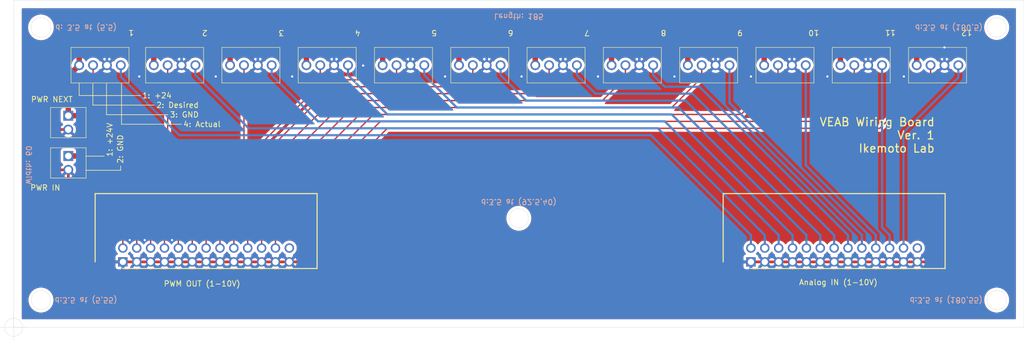
<source format=kicad_pcb>
(kicad_pcb (version 20171130) (host pcbnew "(5.1.12)-1")
  (layers (0 F.Cu signal) (31 B.Cu signal) (34 B.Paste user) (35 F.Paste user) (36 B.SilkS user) (37 F.SilkS user) (38 B.Mask user) (39 F.Mask user) (44 Edge.Cuts user))
  (net 0 "")
  (net 1 GND)
  (net 2 +24V)
  (net 3 "Net-(J1-Pad2)")
  (net 4 "Net-(J2-Pad2)")
  (net 5 "Net-(ANALOG1-Pad26)")
  (net 6 "Net-(ANALOG1-Pad24)")
  (net 7 "Net-(ANALOG1-Pad22)")
  (net 8 "Net-(ANALOG1-Pad20)")
  (net 9 "Net-(ANALOG1-Pad18)")
  (net 10 "Net-(ANALOG1-Pad16)")
  (net 11 "Net-(ANALOG1-Pad14)")
  (net 12 "Net-(ANALOG1-Pad12)")
  (net 13 "Net-(ANALOG1-Pad10)")
  (net 14 "Net-(ANALOG1-Pad8)")
  (net 15 "Net-(ANALOG1-Pad6)")
  (net 16 "Net-(ANALOG1-Pad4)")
  (net 17 "Net-(ANALOG1-Pad2)")
  (net 18 "Net-(J3-Pad2)")
  (net 19 "Net-(J4-Pad2)")
  (net 20 "Net-(J5-Pad2)")
  (net 21 "Net-(J6-Pad2)")
  (net 22 "Net-(J7-Pad2)")
  (net 23 "Net-(J8-Pad2)")
  (net 24 "Net-(J9-Pad2)")
  (net 25 "Net-(J10-Pad2)")
  (net 26 "Net-(J11-Pad2)")
  (net 27 "Net-(J12-Pad2)")
  (net 28 "Net-(PWM1-Pad26)")
  (module SamacSys_Parts:282834-2_1 (layer F.Cu) (at 80.01 68.58 270)
    (fp_text reference PWR2 hide)
    (fp_text value 282834-2 hide)
    (fp_line (start -1.5 3.25) (end -1.5 -3.25) (layer F.SilkS) (width 0.1))
    (fp_line (start 4.04 3.25) (end -1.5 3.25) (layer F.SilkS) (width 0.1))
    (fp_line (start 4.04 -3.25) (end 4.04 3.25) (layer F.SilkS) (width 0.1))
    (fp_line (start -1.5 -3.25) (end 4.04 -3.25) (layer F.SilkS) (width 0.1))
    (pad 2 thru_hole circle (at 2.54 0 270) (size 1.8 1.8) (drill 1.2) (layers *.Cu *.Mask) (net 1 GND))
    (pad 1 thru_hole rect (at 0 0 270) (size 1.8 1.8) (drill 1.2) (layers *.Cu *.Mask) (net 2 +24V))
  )
  (module SamacSys_Parts:2828344 (layer F.Cu) (at 165.51 51.93)
    (fp_text reference J7 hide)
    (fp_text value 282834-4 hide)
    (fp_line (start -1.5 3.25) (end -1.5 -3.25) (layer F.SilkS) (width 0.1))
    (fp_line (start 9.12 3.25) (end -1.5 3.25) (layer F.SilkS) (width 0.1))
    (fp_line (start 9.12 -3.25) (end 9.12 3.25) (layer F.SilkS) (width 0.1))
    (fp_line (start -1.5 -3.25) (end 9.12 -3.25) (layer F.SilkS) (width 0.1))
    (pad 4 thru_hole circle (at 7.62 0) (size 1.8 1.8) (drill 1.2) (layers *.Cu *.Mask) (net 11 "Net-(ANALOG1-Pad14)"))
    (pad 3 thru_hole circle (at 5.08 0) (size 1.8 1.8) (drill 1.2) (layers *.Cu *.Mask) (net 1 GND))
    (pad 2 thru_hole circle (at 2.54 0) (size 1.8 1.8) (drill 1.2) (layers *.Cu *.Mask) (net 22 "Net-(J7-Pad2)"))
    (pad 1 thru_hole circle (at 0 0) (size 1.8 1.8) (drill 1.2) (layers *.Cu *.Mask) (net 2 +24V))
  )
  (module SamacSys_Parts:2828344 (layer F.Cu) (at 123.6 51.93)
    (fp_text reference J4 hide)
    (fp_text value 282834-4 hide)
    (fp_line (start -1.5 3.25) (end -1.5 -3.25) (layer F.SilkS) (width 0.1))
    (fp_line (start 9.12 3.25) (end -1.5 3.25) (layer F.SilkS) (width 0.1))
    (fp_line (start 9.12 -3.25) (end 9.12 3.25) (layer F.SilkS) (width 0.1))
    (fp_line (start -1.5 -3.25) (end 9.12 -3.25) (layer F.SilkS) (width 0.1))
    (pad 4 thru_hole circle (at 7.62 0) (size 1.8 1.8) (drill 1.2) (layers *.Cu *.Mask) (net 14 "Net-(ANALOG1-Pad8)"))
    (pad 3 thru_hole circle (at 5.08 0) (size 1.8 1.8) (drill 1.2) (layers *.Cu *.Mask) (net 1 GND))
    (pad 2 thru_hole circle (at 2.54 0) (size 1.8 1.8) (drill 1.2) (layers *.Cu *.Mask) (net 19 "Net-(J4-Pad2)"))
    (pad 1 thru_hole circle (at 0 0) (size 1.8 1.8) (drill 1.2) (layers *.Cu *.Mask) (net 2 +24V))
  )
  (module SamacSys_Parts:2828344 (layer F.Cu) (at 235.36 51.93)
    (fp_text reference J12 hide)
    (fp_text value 282834-4 hide)
    (fp_line (start -1.5 3.25) (end -1.5 -3.25) (layer F.SilkS) (width 0.1))
    (fp_line (start 9.12 3.25) (end -1.5 3.25) (layer F.SilkS) (width 0.1))
    (fp_line (start 9.12 -3.25) (end 9.12 3.25) (layer F.SilkS) (width 0.1))
    (fp_line (start -1.5 -3.25) (end 9.12 -3.25) (layer F.SilkS) (width 0.1))
    (pad 4 thru_hole circle (at 7.62 0) (size 1.8 1.8) (drill 1.2) (layers *.Cu *.Mask) (net 6 "Net-(ANALOG1-Pad24)"))
    (pad 3 thru_hole circle (at 5.08 0) (size 1.8 1.8) (drill 1.2) (layers *.Cu *.Mask) (net 1 GND))
    (pad 2 thru_hole circle (at 2.54 0) (size 1.8 1.8) (drill 1.2) (layers *.Cu *.Mask) (net 27 "Net-(J12-Pad2)"))
    (pad 1 thru_hole circle (at 0 0) (size 1.8 1.8) (drill 1.2) (layers *.Cu *.Mask) (net 2 +24V))
  )
  (module SamacSys_Parts:2828344 (layer F.Cu) (at 221.39 51.93)
    (fp_text reference J11 hide)
    (fp_text value 282834-4 hide)
    (fp_line (start -1.5 3.25) (end -1.5 -3.25) (layer F.SilkS) (width 0.1))
    (fp_line (start 9.12 3.25) (end -1.5 3.25) (layer F.SilkS) (width 0.1))
    (fp_line (start 9.12 -3.25) (end 9.12 3.25) (layer F.SilkS) (width 0.1))
    (fp_line (start -1.5 -3.25) (end 9.12 -3.25) (layer F.SilkS) (width 0.1))
    (pad 4 thru_hole circle (at 7.62 0) (size 1.8 1.8) (drill 1.2) (layers *.Cu *.Mask) (net 7 "Net-(ANALOG1-Pad22)"))
    (pad 3 thru_hole circle (at 5.08 0) (size 1.8 1.8) (drill 1.2) (layers *.Cu *.Mask) (net 1 GND))
    (pad 2 thru_hole circle (at 2.54 0) (size 1.8 1.8) (drill 1.2) (layers *.Cu *.Mask) (net 26 "Net-(J11-Pad2)"))
    (pad 1 thru_hole circle (at 0 0) (size 1.8 1.8) (drill 1.2) (layers *.Cu *.Mask) (net 2 +24V))
  )
  (module SamacSys_Parts:2828344 (layer F.Cu) (at 207.42 51.93)
    (fp_text reference J10 hide)
    (fp_text value 282834-4 hide)
    (fp_line (start -1.5 3.25) (end -1.5 -3.25) (layer F.SilkS) (width 0.1))
    (fp_line (start 9.12 3.25) (end -1.5 3.25) (layer F.SilkS) (width 0.1))
    (fp_line (start 9.12 -3.25) (end 9.12 3.25) (layer F.SilkS) (width 0.1))
    (fp_line (start -1.5 -3.25) (end 9.12 -3.25) (layer F.SilkS) (width 0.1))
    (pad 4 thru_hole circle (at 7.62 0) (size 1.8 1.8) (drill 1.2) (layers *.Cu *.Mask) (net 8 "Net-(ANALOG1-Pad20)"))
    (pad 3 thru_hole circle (at 5.08 0) (size 1.8 1.8) (drill 1.2) (layers *.Cu *.Mask) (net 1 GND))
    (pad 2 thru_hole circle (at 2.54 0) (size 1.8 1.8) (drill 1.2) (layers *.Cu *.Mask) (net 25 "Net-(J10-Pad2)"))
    (pad 1 thru_hole circle (at 0 0) (size 1.8 1.8) (drill 1.2) (layers *.Cu *.Mask) (net 2 +24V))
  )
  (module SamacSys_Parts:2828344 (layer F.Cu) (at 193.45 51.93)
    (fp_text reference J9 hide)
    (fp_text value 282834-4 hide)
    (fp_line (start -1.5 3.25) (end -1.5 -3.25) (layer F.SilkS) (width 0.1))
    (fp_line (start 9.12 3.25) (end -1.5 3.25) (layer F.SilkS) (width 0.1))
    (fp_line (start 9.12 -3.25) (end 9.12 3.25) (layer F.SilkS) (width 0.1))
    (fp_line (start -1.5 -3.25) (end 9.12 -3.25) (layer F.SilkS) (width 0.1))
    (pad 4 thru_hole circle (at 7.62 0) (size 1.8 1.8) (drill 1.2) (layers *.Cu *.Mask) (net 9 "Net-(ANALOG1-Pad18)"))
    (pad 3 thru_hole circle (at 5.08 0) (size 1.8 1.8) (drill 1.2) (layers *.Cu *.Mask) (net 1 GND))
    (pad 2 thru_hole circle (at 2.54 0) (size 1.8 1.8) (drill 1.2) (layers *.Cu *.Mask) (net 24 "Net-(J9-Pad2)"))
    (pad 1 thru_hole circle (at 0 0) (size 1.8 1.8) (drill 1.2) (layers *.Cu *.Mask) (net 2 +24V))
  )
  (module SamacSys_Parts:2828344 (layer F.Cu) (at 179.48 51.93)
    (fp_text reference J8 hide)
    (fp_text value 282834-4 hide)
    (fp_line (start -1.5 3.25) (end -1.5 -3.25) (layer F.SilkS) (width 0.1))
    (fp_line (start 9.12 3.25) (end -1.5 3.25) (layer F.SilkS) (width 0.1))
    (fp_line (start 9.12 -3.25) (end 9.12 3.25) (layer F.SilkS) (width 0.1))
    (fp_line (start -1.5 -3.25) (end 9.12 -3.25) (layer F.SilkS) (width 0.1))
    (pad 4 thru_hole circle (at 7.62 0) (size 1.8 1.8) (drill 1.2) (layers *.Cu *.Mask) (net 10 "Net-(ANALOG1-Pad16)"))
    (pad 3 thru_hole circle (at 5.08 0) (size 1.8 1.8) (drill 1.2) (layers *.Cu *.Mask) (net 1 GND))
    (pad 2 thru_hole circle (at 2.54 0) (size 1.8 1.8) (drill 1.2) (layers *.Cu *.Mask) (net 23 "Net-(J8-Pad2)"))
    (pad 1 thru_hole circle (at 0 0) (size 1.8 1.8) (drill 1.2) (layers *.Cu *.Mask) (net 2 +24V))
  )
  (module SamacSys_Parts:2828344 (layer F.Cu) (at 151.54 51.93)
    (fp_text reference J6 hide)
    (fp_text value 282834-4 hide)
    (fp_line (start -1.5 3.25) (end -1.5 -3.25) (layer F.SilkS) (width 0.1))
    (fp_line (start 9.12 3.25) (end -1.5 3.25) (layer F.SilkS) (width 0.1))
    (fp_line (start 9.12 -3.25) (end 9.12 3.25) (layer F.SilkS) (width 0.1))
    (fp_line (start -1.5 -3.25) (end 9.12 -3.25) (layer F.SilkS) (width 0.1))
    (pad 4 thru_hole circle (at 7.62 0) (size 1.8 1.8) (drill 1.2) (layers *.Cu *.Mask) (net 12 "Net-(ANALOG1-Pad12)"))
    (pad 3 thru_hole circle (at 5.08 0) (size 1.8 1.8) (drill 1.2) (layers *.Cu *.Mask) (net 1 GND))
    (pad 2 thru_hole circle (at 2.54 0) (size 1.8 1.8) (drill 1.2) (layers *.Cu *.Mask) (net 21 "Net-(J6-Pad2)"))
    (pad 1 thru_hole circle (at 0 0) (size 1.8 1.8) (drill 1.2) (layers *.Cu *.Mask) (net 2 +24V))
  )
  (module SamacSys_Parts:2828344 (layer F.Cu) (at 137.57 51.93)
    (fp_text reference J5 hide)
    (fp_text value 282834-4 hide)
    (fp_line (start -1.5 3.25) (end -1.5 -3.25) (layer F.SilkS) (width 0.1))
    (fp_line (start 9.12 3.25) (end -1.5 3.25) (layer F.SilkS) (width 0.1))
    (fp_line (start 9.12 -3.25) (end 9.12 3.25) (layer F.SilkS) (width 0.1))
    (fp_line (start -1.5 -3.25) (end 9.12 -3.25) (layer F.SilkS) (width 0.1))
    (pad 4 thru_hole circle (at 7.62 0) (size 1.8 1.8) (drill 1.2) (layers *.Cu *.Mask) (net 13 "Net-(ANALOG1-Pad10)"))
    (pad 3 thru_hole circle (at 5.08 0) (size 1.8 1.8) (drill 1.2) (layers *.Cu *.Mask) (net 1 GND))
    (pad 2 thru_hole circle (at 2.54 0) (size 1.8 1.8) (drill 1.2) (layers *.Cu *.Mask) (net 20 "Net-(J5-Pad2)"))
    (pad 1 thru_hole circle (at 0 0) (size 1.8 1.8) (drill 1.2) (layers *.Cu *.Mask) (net 2 +24V))
  )
  (module SamacSys_Parts:2828344 (layer F.Cu) (at 109.63 51.93)
    (fp_text reference J3 hide)
    (fp_text value 282834-4 hide)
    (fp_line (start -1.5 3.25) (end -1.5 -3.25) (layer F.SilkS) (width 0.1))
    (fp_line (start 9.12 3.25) (end -1.5 3.25) (layer F.SilkS) (width 0.1))
    (fp_line (start 9.12 -3.25) (end 9.12 3.25) (layer F.SilkS) (width 0.1))
    (fp_line (start -1.5 -3.25) (end 9.12 -3.25) (layer F.SilkS) (width 0.1))
    (pad 4 thru_hole circle (at 7.62 0) (size 1.8 1.8) (drill 1.2) (layers *.Cu *.Mask) (net 15 "Net-(ANALOG1-Pad6)"))
    (pad 3 thru_hole circle (at 5.08 0) (size 1.8 1.8) (drill 1.2) (layers *.Cu *.Mask) (net 1 GND))
    (pad 2 thru_hole circle (at 2.54 0) (size 1.8 1.8) (drill 1.2) (layers *.Cu *.Mask) (net 18 "Net-(J3-Pad2)"))
    (pad 1 thru_hole circle (at 0 0) (size 1.8 1.8) (drill 1.2) (layers *.Cu *.Mask) (net 2 +24V))
  )
  (module SamacSys_Parts:2828344 (layer F.Cu) (at 95.66 51.93)
    (fp_text reference J2 hide)
    (fp_text value 282834-4 hide)
    (fp_line (start -1.5 3.25) (end -1.5 -3.25) (layer F.SilkS) (width 0.1))
    (fp_line (start 9.12 3.25) (end -1.5 3.25) (layer F.SilkS) (width 0.1))
    (fp_line (start 9.12 -3.25) (end 9.12 3.25) (layer F.SilkS) (width 0.1))
    (fp_line (start -1.5 -3.25) (end 9.12 -3.25) (layer F.SilkS) (width 0.1))
    (pad 4 thru_hole circle (at 7.62 0) (size 1.8 1.8) (drill 1.2) (layers *.Cu *.Mask) (net 16 "Net-(ANALOG1-Pad4)"))
    (pad 3 thru_hole circle (at 5.08 0) (size 1.8 1.8) (drill 1.2) (layers *.Cu *.Mask) (net 1 GND))
    (pad 2 thru_hole circle (at 2.54 0) (size 1.8 1.8) (drill 1.2) (layers *.Cu *.Mask) (net 4 "Net-(J2-Pad2)"))
    (pad 1 thru_hole circle (at 0 0) (size 1.8 1.8) (drill 1.2) (layers *.Cu *.Mask) (net 2 +24V))
  )
  (module SamacSys_Parts:2828344 (layer F.Cu) (at 82 51.93)
    (fp_text reference J1 hide)
    (fp_text value 282834-4 hide)
    (fp_line (start -1.5 3.25) (end -1.5 -3.25) (layer F.SilkS) (width 0.1))
    (fp_line (start 9.12 3.25) (end -1.5 3.25) (layer F.SilkS) (width 0.1))
    (fp_line (start 9.12 -3.25) (end 9.12 3.25) (layer F.SilkS) (width 0.1))
    (fp_line (start -1.5 -3.25) (end 9.12 -3.25) (layer F.SilkS) (width 0.1))
    (pad 4 thru_hole circle (at 7.62 0) (size 1.8 1.8) (drill 1.2) (layers *.Cu *.Mask) (net 17 "Net-(ANALOG1-Pad2)"))
    (pad 3 thru_hole circle (at 5.08 0) (size 1.8 1.8) (drill 1.2) (layers *.Cu *.Mask) (net 1 GND))
    (pad 2 thru_hole circle (at 2.54 0) (size 1.8 1.8) (drill 1.2) (layers *.Cu *.Mask) (net 3 "Net-(J1-Pad2)"))
    (pad 1 thru_hole circle (at 0 0) (size 1.8 1.8) (drill 1.2) (layers *.Cu *.Mask) (net 2 +24V))
  )
  (module SamacSys_Parts:SHDR26W66P254_2X13_4051X986X927P (layer F.Cu) (at 205 88 180)
    (fp_text reference ANALOG1 hide)
    (fp_text value 5102154-6 hide)
    (fp_line (start 5.08 12.522) (end 5.08 0) (layer F.SilkS) (width 0.2))
    (fp_line (start -35.56 12.522) (end 5.08 12.522) (layer F.SilkS) (width 0.2))
    (fp_line (start -35.56 -1.2125) (end -35.56 12.522) (layer F.SilkS) (width 0.2))
    (fp_line (start 0 -1.2125) (end -35.56 -1.2125) (layer F.SilkS) (width 0.2))
    (pad 26 thru_hole circle (at -30.48 2.54 180) (size 1.725 1.725) (drill 1.15) (layers *.Cu *.Mask) (net 5 "Net-(ANALOG1-Pad26)"))
    (pad 25 thru_hole circle (at -30.48 0 180) (size 1.725 1.725) (drill 1.15) (layers *.Cu *.Mask) (net 1 GND))
    (pad 24 thru_hole circle (at -27.94 2.54 180) (size 1.725 1.725) (drill 1.15) (layers *.Cu *.Mask) (net 6 "Net-(ANALOG1-Pad24)"))
    (pad 23 thru_hole circle (at -27.94 0 180) (size 1.725 1.725) (drill 1.15) (layers *.Cu *.Mask) (net 1 GND))
    (pad 22 thru_hole circle (at -25.4 2.54 180) (size 1.725 1.725) (drill 1.15) (layers *.Cu *.Mask) (net 7 "Net-(ANALOG1-Pad22)"))
    (pad 21 thru_hole circle (at -25.4 0 180) (size 1.725 1.725) (drill 1.15) (layers *.Cu *.Mask) (net 1 GND))
    (pad 20 thru_hole circle (at -22.86 2.54 180) (size 1.725 1.725) (drill 1.15) (layers *.Cu *.Mask) (net 8 "Net-(ANALOG1-Pad20)"))
    (pad 19 thru_hole circle (at -22.86 0 180) (size 1.725 1.725) (drill 1.15) (layers *.Cu *.Mask) (net 1 GND))
    (pad 18 thru_hole circle (at -20.32 2.54 180) (size 1.725 1.725) (drill 1.15) (layers *.Cu *.Mask) (net 9 "Net-(ANALOG1-Pad18)"))
    (pad 17 thru_hole circle (at -20.32 0 180) (size 1.725 1.725) (drill 1.15) (layers *.Cu *.Mask) (net 1 GND))
    (pad 16 thru_hole circle (at -17.78 2.54 180) (size 1.725 1.725) (drill 1.15) (layers *.Cu *.Mask) (net 10 "Net-(ANALOG1-Pad16)"))
    (pad 15 thru_hole circle (at -17.78 0 180) (size 1.725 1.725) (drill 1.15) (layers *.Cu *.Mask) (net 1 GND))
    (pad 14 thru_hole circle (at -15.24 2.54 180) (size 1.725 1.725) (drill 1.15) (layers *.Cu *.Mask) (net 11 "Net-(ANALOG1-Pad14)"))
    (pad 13 thru_hole circle (at -15.24 0 180) (size 1.725 1.725) (drill 1.15) (layers *.Cu *.Mask) (net 1 GND))
    (pad 12 thru_hole circle (at -12.7 2.54 180) (size 1.725 1.725) (drill 1.15) (layers *.Cu *.Mask) (net 12 "Net-(ANALOG1-Pad12)"))
    (pad 11 thru_hole circle (at -12.7 0 180) (size 1.725 1.725) (drill 1.15) (layers *.Cu *.Mask) (net 1 GND))
    (pad 10 thru_hole circle (at -10.16 2.54 180) (size 1.725 1.725) (drill 1.15) (layers *.Cu *.Mask) (net 13 "Net-(ANALOG1-Pad10)"))
    (pad 9 thru_hole circle (at -10.16 0 180) (size 1.725 1.725) (drill 1.15) (layers *.Cu *.Mask) (net 1 GND))
    (pad 8 thru_hole circle (at -7.62 2.54 180) (size 1.725 1.725) (drill 1.15) (layers *.Cu *.Mask) (net 14 "Net-(ANALOG1-Pad8)"))
    (pad 7 thru_hole circle (at -7.62 0 180) (size 1.725 1.725) (drill 1.15) (layers *.Cu *.Mask) (net 1 GND))
    (pad 6 thru_hole circle (at -5.08 2.54 180) (size 1.725 1.725) (drill 1.15) (layers *.Cu *.Mask) (net 15 "Net-(ANALOG1-Pad6)"))
    (pad 5 thru_hole circle (at -5.08 0 180) (size 1.725 1.725) (drill 1.15) (layers *.Cu *.Mask) (net 1 GND))
    (pad 4 thru_hole circle (at -2.54 2.54 180) (size 1.725 1.725) (drill 1.15) (layers *.Cu *.Mask) (net 16 "Net-(ANALOG1-Pad4)"))
    (pad 3 thru_hole circle (at -2.54 0 180) (size 1.725 1.725) (drill 1.15) (layers *.Cu *.Mask) (net 1 GND))
    (pad 2 thru_hole circle (at 0 2.54 180) (size 1.725 1.725) (drill 1.15) (layers *.Cu *.Mask) (net 17 "Net-(ANALOG1-Pad2)"))
    (pad 1 thru_hole rect (at 0 0 180) (size 1.725 1.725) (drill 1.15) (layers *.Cu *.Mask) (net 1 GND))
  )
  (module SamacSys_Parts:SHDR26W66P254_2X13_4051X986X927P (layer F.Cu) (at 90 88 180)
    (fp_text reference PWM1 hide)
    (fp_text value 5102154-6 hide)
    (fp_line (start 5.08 12.522) (end 5.08 0) (layer F.SilkS) (width 0.2))
    (fp_line (start -35.56 12.522) (end 5.08 12.522) (layer F.SilkS) (width 0.2))
    (fp_line (start -35.56 -1.2125) (end -35.56 12.522) (layer F.SilkS) (width 0.2))
    (fp_line (start 0 -1.2125) (end -35.56 -1.2125) (layer F.SilkS) (width 0.2))
    (pad 26 thru_hole circle (at -30.48 2.54 180) (size 1.725 1.725) (drill 1.15) (layers *.Cu *.Mask) (net 28 "Net-(PWM1-Pad26)"))
    (pad 25 thru_hole circle (at -30.48 0 180) (size 1.725 1.725) (drill 1.15) (layers *.Cu *.Mask) (net 1 GND))
    (pad 24 thru_hole circle (at -27.94 2.54 180) (size 1.725 1.725) (drill 1.15) (layers *.Cu *.Mask) (net 27 "Net-(J12-Pad2)"))
    (pad 23 thru_hole circle (at -27.94 0 180) (size 1.725 1.725) (drill 1.15) (layers *.Cu *.Mask) (net 1 GND))
    (pad 22 thru_hole circle (at -25.4 2.54 180) (size 1.725 1.725) (drill 1.15) (layers *.Cu *.Mask) (net 26 "Net-(J11-Pad2)"))
    (pad 21 thru_hole circle (at -25.4 0 180) (size 1.725 1.725) (drill 1.15) (layers *.Cu *.Mask) (net 1 GND))
    (pad 20 thru_hole circle (at -22.86 2.54 180) (size 1.725 1.725) (drill 1.15) (layers *.Cu *.Mask) (net 25 "Net-(J10-Pad2)"))
    (pad 19 thru_hole circle (at -22.86 0 180) (size 1.725 1.725) (drill 1.15) (layers *.Cu *.Mask) (net 1 GND))
    (pad 18 thru_hole circle (at -20.32 2.54 180) (size 1.725 1.725) (drill 1.15) (layers *.Cu *.Mask) (net 24 "Net-(J9-Pad2)"))
    (pad 17 thru_hole circle (at -20.32 0 180) (size 1.725 1.725) (drill 1.15) (layers *.Cu *.Mask) (net 1 GND))
    (pad 16 thru_hole circle (at -17.78 2.54 180) (size 1.725 1.725) (drill 1.15) (layers *.Cu *.Mask) (net 23 "Net-(J8-Pad2)"))
    (pad 15 thru_hole circle (at -17.78 0 180) (size 1.725 1.725) (drill 1.15) (layers *.Cu *.Mask) (net 1 GND))
    (pad 14 thru_hole circle (at -15.24 2.54 180) (size 1.725 1.725) (drill 1.15) (layers *.Cu *.Mask) (net 22 "Net-(J7-Pad2)"))
    (pad 13 thru_hole circle (at -15.24 0 180) (size 1.725 1.725) (drill 1.15) (layers *.Cu *.Mask) (net 1 GND))
    (pad 12 thru_hole circle (at -12.7 2.54 180) (size 1.725 1.725) (drill 1.15) (layers *.Cu *.Mask) (net 21 "Net-(J6-Pad2)"))
    (pad 11 thru_hole circle (at -12.7 0 180) (size 1.725 1.725) (drill 1.15) (layers *.Cu *.Mask) (net 1 GND))
    (pad 10 thru_hole circle (at -10.16 2.54 180) (size 1.725 1.725) (drill 1.15) (layers *.Cu *.Mask) (net 20 "Net-(J5-Pad2)"))
    (pad 9 thru_hole circle (at -10.16 0 180) (size 1.725 1.725) (drill 1.15) (layers *.Cu *.Mask) (net 1 GND))
    (pad 8 thru_hole circle (at -7.62 2.54 180) (size 1.725 1.725) (drill 1.15) (layers *.Cu *.Mask) (net 19 "Net-(J4-Pad2)"))
    (pad 7 thru_hole circle (at -7.62 0 180) (size 1.725 1.725) (drill 1.15) (layers *.Cu *.Mask) (net 1 GND))
    (pad 6 thru_hole circle (at -5.08 2.54 180) (size 1.725 1.725) (drill 1.15) (layers *.Cu *.Mask) (net 18 "Net-(J3-Pad2)"))
    (pad 5 thru_hole circle (at -5.08 0 180) (size 1.725 1.725) (drill 1.15) (layers *.Cu *.Mask) (net 1 GND))
    (pad 4 thru_hole circle (at -2.54 2.54 180) (size 1.725 1.725) (drill 1.15) (layers *.Cu *.Mask) (net 4 "Net-(J2-Pad2)"))
    (pad 3 thru_hole circle (at -2.54 0 180) (size 1.725 1.725) (drill 1.15) (layers *.Cu *.Mask) (net 1 GND))
    (pad 2 thru_hole circle (at 0 2.54 180) (size 1.725 1.725) (drill 1.15) (layers *.Cu *.Mask) (net 3 "Net-(J1-Pad2)"))
    (pad 1 thru_hole rect (at 0 0 180) (size 1.725 1.725) (drill 1.15) (layers *.Cu *.Mask) (net 1 GND))
  )
  (module SamacSys_Parts:282834-2_1 (layer F.Cu) (at 80 61.19 270)
    (fp_text reference PWR1 hide)
    (fp_text value 282834-2 hide)
    (fp_line (start -1.5 3.25) (end -1.5 -3.25) (layer F.SilkS) (width 0.1))
    (fp_line (start 4.04 3.25) (end -1.5 3.25) (layer F.SilkS) (width 0.1))
    (fp_line (start 4.04 -3.25) (end 4.04 3.25) (layer F.SilkS) (width 0.1))
    (fp_line (start -1.5 -3.25) (end 4.04 -3.25) (layer F.SilkS) (width 0.1))
    (pad 2 thru_hole circle (at 2.54 0 270) (size 1.8 1.8) (drill 1.2) (layers *.Cu *.Mask) (net 1 GND))
    (pad 1 thru_hole rect (at 0 0 270) (size 1.8 1.8) (drill 1.2) (layers *.Cu *.Mask) (net 2 +24V))
  )
  (target plus (at 70 100) (size 5) (width 0.05) (layer Edge.Cuts))
  (gr_text "PWR NEXT" (at 77 58.2) (layer F.SilkS) (effects (font (size 1 1))))
  (gr_text "PWR IN" (at 75.8 74.4) (layer F.SilkS) (effects (font (size 1 1))))
  (gr_line (start 83.2 68.6) (end 86.6 68.6) (layer F.SilkS) (width 0.12))
  (gr_line (start 89.6 71.2) (end 89.6 70.4) (layer F.SilkS) (width 0.12))
  (gr_line (start 83.2 71.2) (end 89.6 71.2) (layer F.SilkS) (width 0.12))
  (gr_text "VEAB Wiring Board\nVer. 1\nIkemoto Lab" (at 238.76 64.77) (layer F.SilkS) (effects (font (size 1.5 1.5) (thickness 0.225)) (justify right)))
  (gr_line (start 89.75 62.75) (end 100.75 62.75) (layer F.SilkS) (width 0.12))
  (gr_line (start 89.75 55.25) (end 89.75 62.75) (layer F.SilkS) (width 0.12))
  (gr_line (start 87 61) (end 98.25 61) (layer F.SilkS) (width 0.12))
  (gr_line (start 87 55.25) (end 87 61) (layer F.SilkS) (width 0.12))
  (gr_line (start 84.5 59.25) (end 95.75 59.25) (layer F.SilkS) (width 0.12))
  (gr_line (start 84.5 55.25) (end 84.5 59.25) (layer F.SilkS) (width 0.12))
  (gr_line (start 82 57.5) (end 93.25 57.5) (layer F.SilkS) (width 0.12))
  (gr_line (start 82 55.25) (end 82 57.5) (layer F.SilkS) (width 0.12))
  (gr_text "3: GND" (at 101.25 61) (layer F.SilkS) (effects (font (size 1 1))))
  (gr_text "4: Actual" (at 104.5 62.75) (layer F.SilkS) (effects (font (size 1 1))))
  (gr_text "2: Desired" (at 100 59.25) (layer F.SilkS) (effects (font (size 1 1))))
  (gr_text "1: +24" (at 96.25 57.5) (layer F.SilkS) (effects (font (size 1 1))))
  (gr_text 12 (at 244.5 46 180) (layer F.SilkS) (effects (font (size 1 1))))
  (gr_text 11 (at 230.5 46 180) (layer F.SilkS) (effects (font (size 1 1))))
  (gr_text 10 (at 216.5 46 180) (layer F.SilkS) (effects (font (size 1 1))))
  (gr_text 9 (at 203 46 180) (layer F.SilkS) (effects (font (size 1 1))))
  (gr_text 8 (at 189 46 180) (layer F.SilkS) (effects (font (size 1 1))))
  (gr_text 7 (at 175 46 180) (layer F.SilkS) (effects (font (size 1 1))))
  (gr_text 6 (at 161 46 180) (layer F.SilkS) (effects (font (size 1 1))))
  (gr_text 5 (at 147 46 180) (layer F.SilkS) (effects (font (size 1 1))))
  (gr_text 4 (at 133 46 180) (layer F.SilkS) (effects (font (size 1 1))))
  (gr_text 3 (at 119 46 180) (layer F.SilkS) (effects (font (size 1 1))))
  (gr_text 2 (at 105 46 180) (layer F.SilkS) (effects (font (size 1 1))))
  (gr_text 1 (at 91.5 46 180) (layer F.SilkS) (effects (font (size 1 1))))
  (gr_text "2: GND" (at 89.535 67.31 90) (layer F.SilkS) (effects (font (size 1 1))))
  (gr_text "1: +24V" (at 87.6 65.6 90) (layer F.SilkS) (effects (font (size 1 1))))
  (gr_text "Analog IN (1-10V)" (at 221 91.75) (layer F.SilkS) (effects (font (size 1 1))))
  (gr_text "PWM OUT (1-10V)" (at 104.5 92) (layer F.SilkS) (effects (font (size 1 1))))
  (gr_text "d:3.5 at (92.5,40)" (at 162.5 77 180) (layer B.SilkS) (effects (font (size 1 1)) (justify mirror)))
  (gr_text "d:3.5 at (180,5)" (at 241.25 45 180) (layer B.SilkS) (effects (font (size 1 1)) (justify mirror)))
  (gr_text "d:3.5 at (180,55)" (at 240.75 95 180) (layer B.SilkS) (effects (font (size 1 1)) (justify mirror)))
  (gr_text "d:3.5 at (5,55)" (at 83.25 95 180) (layer B.SilkS) (effects (font (size 1 1)) (justify mirror)))
  (gr_text "d: 3.5 at (5,5)" (at 83.25 45 180) (layer B.SilkS) (effects (font (size 1 1)) (justify mirror)))
  (gr_text "Width: 60" (at 72.75 70.25 270) (layer B.SilkS) (effects (font (size 1 1)) (justify mirror)))
  (gr_text "Length: 185" (at 162.5 43 180) (layer B.SilkS) (effects (font (size 1 1)) (justify mirror)))
  (gr_circle (center 162.5 80) (end 162.5 78.25) (layer Edge.Cuts) (width 0.05))
  (gr_circle (center 250 95) (end 250 93.25) (layer Edge.Cuts) (width 0.05))
  (gr_circle (center 75 95) (end 75 93.25) (layer Edge.Cuts) (width 0.05))
  (gr_circle (center 75 45) (end 75.5 43.25) (layer Edge.Cuts) (width 0.05))
  (gr_circle (center 250 45) (end 250.25 43.25) (layer Edge.Cuts) (width 0.05))
  (gr_line (start 255 40) (end 70 40) (layer Edge.Cuts) (width 0.05))
  (gr_line (start 255 100) (end 255 40) (layer Edge.Cuts) (width 0.05))
  (gr_line (start 70 100) (end 255 100) (layer Edge.Cuts) (width 0.05))
  (gr_line (start 70 95) (end 70 100) (layer Edge.Cuts) (width 0.05))
  (gr_line (start 70 40) (end 70 95) (layer Edge.Cuts) (width 0.05))
  (segment (start 82.92 88) (end 90 88) (width 0.5) (layer F.Cu) (net 1))
  (segment (start 80 85.08) (end 82.92 88) (width 0.5) (layer F.Cu) (net 1))
  (segment (start 90 88) (end 120.48 88) (width 0.5) (layer F.Cu) (net 1))
  (segment (start 120.48 88) (end 205 88) (width 0.5) (layer F.Cu) (net 1))
  (segment (start 205 88) (end 235.48 88) (width 0.5) (layer F.Cu) (net 1))
  (segment (start 87.08 51.93) (end 87.08 47.54) (width 0.5) (layer B.Cu) (net 1))
  (segment (start 87.08 47.54) (end 87.63 46.99) (width 0.5) (layer B.Cu) (net 1))
  (segment (start 240.44 48.67) (end 238.76 46.99) (width 0.5) (layer B.Cu) (net 1))
  (segment (start 240.44 51.93) (end 240.44 48.67) (width 0.5) (layer B.Cu) (net 1))
  (segment (start 226.47 48.67) (end 224.79 46.99) (width 0.5) (layer B.Cu) (net 1))
  (segment (start 226.47 51.93) (end 226.47 48.67) (width 0.5) (layer B.Cu) (net 1))
  (segment (start 224.79 46.99) (end 238.76 46.99) (width 0.5) (layer B.Cu) (net 1))
  (segment (start 212.5 48.67) (end 210.82 46.99) (width 0.5) (layer B.Cu) (net 1))
  (segment (start 212.5 51.93) (end 212.5 48.67) (width 0.5) (layer B.Cu) (net 1))
  (segment (start 210.82 46.99) (end 224.79 46.99) (width 0.5) (layer B.Cu) (net 1))
  (segment (start 198.53 48.67) (end 196.85 46.99) (width 0.5) (layer B.Cu) (net 1))
  (segment (start 198.53 51.93) (end 198.53 48.67) (width 0.5) (layer B.Cu) (net 1))
  (segment (start 196.85 46.99) (end 210.82 46.99) (width 0.5) (layer B.Cu) (net 1))
  (segment (start 184.56 48.67) (end 182.88 46.99) (width 0.5) (layer B.Cu) (net 1))
  (segment (start 184.56 51.93) (end 184.56 48.67) (width 0.5) (layer B.Cu) (net 1))
  (segment (start 182.88 46.99) (end 196.85 46.99) (width 0.5) (layer B.Cu) (net 1))
  (segment (start 170.59 48.67) (end 168.91 46.99) (width 0.5) (layer B.Cu) (net 1))
  (segment (start 170.59 51.93) (end 170.59 48.67) (width 0.5) (layer B.Cu) (net 1))
  (segment (start 168.91 46.99) (end 182.88 46.99) (width 0.5) (layer B.Cu) (net 1))
  (segment (start 156.62 48.67) (end 154.94 46.99) (width 0.5) (layer B.Cu) (net 1))
  (segment (start 156.62 51.93) (end 156.62 48.67) (width 0.5) (layer B.Cu) (net 1))
  (segment (start 154.94 46.99) (end 168.91 46.99) (width 0.5) (layer B.Cu) (net 1))
  (segment (start 142.65 48.67) (end 140.97 46.99) (width 0.5) (layer B.Cu) (net 1))
  (segment (start 142.65 51.93) (end 142.65 48.67) (width 0.5) (layer B.Cu) (net 1))
  (segment (start 140.97 46.99) (end 154.94 46.99) (width 0.5) (layer B.Cu) (net 1))
  (segment (start 128.68 48.67) (end 127 46.99) (width 0.5) (layer B.Cu) (net 1))
  (segment (start 128.68 51.93) (end 128.68 48.67) (width 0.5) (layer B.Cu) (net 1))
  (segment (start 127 46.99) (end 140.97 46.99) (width 0.5) (layer B.Cu) (net 1))
  (segment (start 114.71 51.93) (end 114.71 48.67) (width 0.5) (layer B.Cu) (net 1))
  (segment (start 114.71 48.67) (end 113.03 46.99) (width 0.5) (layer B.Cu) (net 1))
  (segment (start 113.03 46.99) (end 127 46.99) (width 0.5) (layer B.Cu) (net 1))
  (segment (start 100.74 48.67) (end 99.06 46.99) (width 0.5) (layer B.Cu) (net 1))
  (segment (start 100.74 51.93) (end 100.74 48.67) (width 0.5) (layer B.Cu) (net 1))
  (segment (start 99.06 46.99) (end 113.03 46.99) (width 0.5) (layer B.Cu) (net 1))
  (segment (start 87.63 46.99) (end 99.06 46.99) (width 0.5) (layer B.Cu) (net 1))
  (segment (start 242.12 46.99) (end 240.44 48.67) (width 0.5) (layer F.Cu) (net 1))
  (segment (start 248.92 49.53) (end 246.38 46.99) (width 0.5) (layer F.Cu) (net 1))
  (segment (start 246.38 46.99) (end 242.12 46.99) (width 0.5) (layer F.Cu) (net 1))
  (segment (start 248.92 86.36) (end 248.92 49.53) (width 0.5) (layer F.Cu) (net 1))
  (segment (start 247.28 88) (end 248.92 86.36) (width 0.5) (layer F.Cu) (net 1))
  (segment (start 235.48 88) (end 247.28 88) (width 0.5) (layer F.Cu) (net 1))
  (via (at 240.44 48.67) (size 0.8) (drill 0.4) (layers F.Cu B.Cu) (net 1))
  (segment (start 80.01 85.07) (end 80 85.08) (width 0.5) (layer F.Cu) (net 1))
  (segment (start 80.01 71.12) (end 80.01 85.07) (width 0.5) (layer F.Cu) (net 1))
  (segment (start 80.01 71.12) (end 77.47 71.12) (width 0.5) (layer F.Cu) (net 1))
  (segment (start 77.47 71.12) (end 76.2 69.85) (width 0.5) (layer F.Cu) (net 1))
  (segment (start 80 63.73) (end 77.24 63.73) (width 0.5) (layer F.Cu) (net 1))
  (segment (start 76.2 64.77) (end 76.2 69.85) (width 0.5) (layer F.Cu) (net 1))
  (segment (start 77.24 63.73) (end 76.2 64.77) (width 0.5) (layer F.Cu) (net 1))
  (via (at 134 52) (size 0.8) (drill 0.4) (layers F.Cu B.Cu) (net 1))
  (via (at 121 54) (size 0.8) (drill 0.4) (layers F.Cu B.Cu) (net 1))
  (via (at 107 54) (size 0.8) (drill 0.4) (layers F.Cu B.Cu) (net 1))
  (via (at 93 54) (size 0.8) (drill 0.4) (layers F.Cu B.Cu) (net 1))
  (via (at 94 84) (size 0.8) (drill 0.4) (layers F.Cu B.Cu) (net 1))
  (via (at 99 84) (size 0.8) (drill 0.4) (layers F.Cu B.Cu) (net 1))
  (via (at 149 54) (size 0.8) (drill 0.4) (layers F.Cu B.Cu) (net 1))
  (via (at 163 54) (size 0.8) (drill 0.4) (layers F.Cu B.Cu) (net 1))
  (via (at 177 54) (size 0.8) (drill 0.4) (layers F.Cu B.Cu) (net 1))
  (via (at 191 54) (size 0.8) (drill 0.4) (layers F.Cu B.Cu) (net 1))
  (via (at 205 54) (size 0.8) (drill 0.4) (layers F.Cu B.Cu) (net 1))
  (via (at 219 54) (size 0.8) (drill 0.4) (layers F.Cu B.Cu) (net 1))
  (via (at 233 54) (size 0.8) (drill 0.4) (layers F.Cu B.Cu) (net 1))
  (via (at 91.25 84) (size 0.8) (drill 0.4) (layers F.Cu B.Cu) (net 1))
  (segment (start 80 53.93) (end 82 51.93) (width 1) (layer F.Cu) (net 2))
  (segment (start 82 51.93) (end 82 50.08) (width 1) (layer F.Cu) (net 2))
  (segment (start 82 50.08) (end 83.82 48.26) (width 1) (layer F.Cu) (net 2))
  (segment (start 235.36 49.94) (end 233.68 48.26) (width 1) (layer F.Cu) (net 2))
  (segment (start 235.36 51.93) (end 235.36 49.94) (width 1) (layer F.Cu) (net 2))
  (segment (start 221.39 49.94) (end 219.71 48.26) (width 1) (layer F.Cu) (net 2))
  (segment (start 221.39 51.93) (end 221.39 49.94) (width 1) (layer F.Cu) (net 2))
  (segment (start 219.71 48.26) (end 233.68 48.26) (width 1) (layer F.Cu) (net 2))
  (segment (start 207.42 49.94) (end 205.74 48.26) (width 1) (layer F.Cu) (net 2))
  (segment (start 207.42 51.93) (end 207.42 49.94) (width 1) (layer F.Cu) (net 2))
  (segment (start 205.74 48.26) (end 219.71 48.26) (width 1) (layer F.Cu) (net 2))
  (segment (start 193.45 49.94) (end 191.77 48.26) (width 1) (layer F.Cu) (net 2))
  (segment (start 193.45 51.93) (end 193.45 49.94) (width 1) (layer F.Cu) (net 2))
  (segment (start 191.77 48.26) (end 205.74 48.26) (width 1) (layer F.Cu) (net 2))
  (segment (start 179.48 51.93) (end 179.48 49.94) (width 1) (layer F.Cu) (net 2))
  (segment (start 179.48 49.94) (end 177.8 48.26) (width 1) (layer F.Cu) (net 2))
  (segment (start 177.8 48.26) (end 191.77 48.26) (width 1) (layer F.Cu) (net 2))
  (segment (start 165.51 49.94) (end 163.83 48.26) (width 1) (layer F.Cu) (net 2))
  (segment (start 165.51 51.93) (end 165.51 49.94) (width 1) (layer F.Cu) (net 2))
  (segment (start 163.83 48.26) (end 177.8 48.26) (width 1) (layer F.Cu) (net 2))
  (segment (start 151.54 49.94) (end 149.86 48.26) (width 1) (layer F.Cu) (net 2))
  (segment (start 151.54 51.93) (end 151.54 49.94) (width 1) (layer F.Cu) (net 2))
  (segment (start 149.86 48.26) (end 163.83 48.26) (width 1) (layer F.Cu) (net 2))
  (segment (start 137.57 49.94) (end 135.89 48.26) (width 1) (layer F.Cu) (net 2))
  (segment (start 137.57 51.93) (end 137.57 49.94) (width 1) (layer F.Cu) (net 2))
  (segment (start 135.89 48.26) (end 149.86 48.26) (width 1) (layer F.Cu) (net 2))
  (segment (start 123.6 49.94) (end 121.92 48.26) (width 1) (layer F.Cu) (net 2))
  (segment (start 123.6 51.93) (end 123.6 49.94) (width 1) (layer F.Cu) (net 2))
  (segment (start 121.92 48.26) (end 135.89 48.26) (width 1) (layer F.Cu) (net 2))
  (segment (start 109.63 49.94) (end 107.95 48.26) (width 1) (layer F.Cu) (net 2))
  (segment (start 109.63 51.93) (end 109.63 49.94) (width 1) (layer F.Cu) (net 2))
  (segment (start 107.95 48.26) (end 121.92 48.26) (width 1) (layer F.Cu) (net 2))
  (segment (start 95.66 49.94) (end 93.98 48.26) (width 1) (layer F.Cu) (net 2))
  (segment (start 95.66 51.93) (end 95.66 49.94) (width 1) (layer F.Cu) (net 2))
  (segment (start 93.98 48.26) (end 107.95 48.26) (width 1) (layer F.Cu) (net 2))
  (segment (start 83.82 48.26) (end 93.98 48.26) (width 1) (layer F.Cu) (net 2))
  (segment (start 80 53.93) (end 80 61.19) (width 1) (layer F.Cu) (net 2))
  (segment (start 80 61.19) (end 82.78 61.19) (width 1) (layer F.Cu) (net 2))
  (segment (start 82.78 61.19) (end 84.455 62.865) (width 1) (layer F.Cu) (net 2))
  (segment (start 84.455 62.865) (end 84.455 66.675) (width 1) (layer F.Cu) (net 2))
  (segment (start 82.55 68.58) (end 80.01 68.58) (width 1) (layer F.Cu) (net 2))
  (segment (start 84.455 66.675) (end 82.55 68.58) (width 1) (layer F.Cu) (net 2))
  (segment (start 90 85.46) (end 90 60.79) (width 0.25) (layer F.Cu) (net 3))
  (segment (start 84.54 55.33) (end 84.54 51.93) (width 0.25) (layer F.Cu) (net 3))
  (segment (start 90 60.79) (end 84.54 55.33) (width 0.25) (layer F.Cu) (net 3))
  (segment (start 92.54 85.46) (end 92.54 83.99) (width 0.25) (layer F.Cu) (net 4))
  (segment (start 98.2 78.33) (end 98.2 51.93) (width 0.25) (layer F.Cu) (net 4))
  (segment (start 92.54 83.99) (end 98.2 78.33) (width 0.25) (layer F.Cu) (net 4))
  (segment (start 232.94 85.46) (end 232.94 64.24) (width 0.4) (layer B.Cu) (net 6))
  (segment (start 242.98 54.2) (end 242.98 51.93) (width 0.4) (layer B.Cu) (net 6))
  (segment (start 232.94 64.24) (end 242.98 54.2) (width 0.4) (layer B.Cu) (net 6))
  (segment (start 230.4 85.46) (end 230.4 83.08) (width 0.4) (layer B.Cu) (net 7))
  (segment (start 229.01 81.69) (end 229.01 51.93) (width 0.4) (layer B.Cu) (net 7))
  (segment (start 230.4 83.08) (end 229.01 81.69) (width 0.4) (layer B.Cu) (net 7))
  (segment (start 227.86 85.46) (end 227.86 83.08) (width 0.4) (layer B.Cu) (net 8))
  (segment (start 215.04 70.26) (end 215.04 51.93) (width 0.4) (layer B.Cu) (net 8))
  (segment (start 227.86 83.08) (end 215.04 70.26) (width 0.4) (layer B.Cu) (net 8))
  (segment (start 225.32 85.46) (end 225.32 83.08) (width 0.4) (layer B.Cu) (net 9))
  (segment (start 201.07 58.83) (end 201.07 51.93) (width 0.4) (layer B.Cu) (net 9))
  (segment (start 225.32 83.08) (end 201.07 58.83) (width 0.4) (layer B.Cu) (net 9))
  (segment (start 187.1 53.75) (end 187.1 51.93) (width 0.4) (layer B.Cu) (net 10))
  (segment (start 189.23 55.88) (end 187.1 53.75) (width 0.4) (layer B.Cu) (net 10))
  (segment (start 195.58 55.88) (end 189.23 55.88) (width 0.4) (layer B.Cu) (net 10))
  (segment (start 222.78 83.08) (end 195.58 55.88) (width 0.4) (layer B.Cu) (net 10))
  (segment (start 222.78 85.46) (end 222.78 83.08) (width 0.4) (layer B.Cu) (net 10))
  (segment (start 173.13 53.75) (end 173.13 51.93) (width 0.4) (layer B.Cu) (net 11))
  (segment (start 176.53 57.15) (end 173.13 53.75) (width 0.4) (layer B.Cu) (net 11))
  (segment (start 220.24 83.08) (end 194.31 57.15) (width 0.4) (layer B.Cu) (net 11))
  (segment (start 194.31 57.15) (end 176.53 57.15) (width 0.4) (layer B.Cu) (net 11))
  (segment (start 220.24 85.46) (end 220.24 83.08) (width 0.4) (layer B.Cu) (net 11))
  (segment (start 159.16 53.75) (end 159.16 51.93) (width 0.4) (layer B.Cu) (net 12))
  (segment (start 163.83 58.42) (end 159.16 53.75) (width 0.4) (layer B.Cu) (net 12))
  (segment (start 193.04 58.42) (end 163.83 58.42) (width 0.4) (layer B.Cu) (net 12))
  (segment (start 217.7 83.08) (end 193.04 58.42) (width 0.4) (layer B.Cu) (net 12))
  (segment (start 217.7 85.46) (end 217.7 83.08) (width 0.4) (layer B.Cu) (net 12))
  (segment (start 215.16 85.46) (end 215.16 83.08) (width 0.4) (layer B.Cu) (net 13))
  (segment (start 215.16 83.08) (end 191.77 59.69) (width 0.4) (layer B.Cu) (net 13))
  (segment (start 191.77 59.69) (end 151.13 59.69) (width 0.4) (layer B.Cu) (net 13))
  (segment (start 145.19 53.75) (end 145.19 51.93) (width 0.4) (layer B.Cu) (net 13))
  (segment (start 151.13 59.69) (end 145.19 53.75) (width 0.4) (layer B.Cu) (net 13))
  (segment (start 131.22 53.75) (end 131.22 51.93) (width 0.4) (layer B.Cu) (net 14))
  (segment (start 190.5 60.96) (end 138.43 60.96) (width 0.4) (layer B.Cu) (net 14))
  (segment (start 138.43 60.96) (end 131.22 53.75) (width 0.4) (layer B.Cu) (net 14))
  (segment (start 212.62 83.08) (end 190.5 60.96) (width 0.4) (layer B.Cu) (net 14))
  (segment (start 212.62 85.46) (end 212.62 83.08) (width 0.4) (layer B.Cu) (net 14))
  (segment (start 117.25 53.75) (end 117.25 51.93) (width 0.4) (layer B.Cu) (net 15))
  (segment (start 125.73 62.23) (end 117.25 53.75) (width 0.4) (layer B.Cu) (net 15))
  (segment (start 189.23 62.23) (end 125.73 62.23) (width 0.4) (layer B.Cu) (net 15))
  (segment (start 210.08 83.08) (end 189.23 62.23) (width 0.4) (layer B.Cu) (net 15))
  (segment (start 210.08 85.46) (end 210.08 83.08) (width 0.4) (layer B.Cu) (net 15))
  (segment (start 103.28 53.75) (end 103.28 51.93) (width 0.4) (layer B.Cu) (net 16))
  (segment (start 113.03 63.5) (end 103.28 53.75) (width 0.4) (layer B.Cu) (net 16))
  (segment (start 187.96 63.5) (end 113.03 63.5) (width 0.4) (layer B.Cu) (net 16))
  (segment (start 207.54 83.08) (end 187.96 63.5) (width 0.4) (layer B.Cu) (net 16))
  (segment (start 207.54 85.46) (end 207.54 83.08) (width 0.4) (layer B.Cu) (net 16))
  (segment (start 205 85.46) (end 205 83.08) (width 0.4) (layer B.Cu) (net 17))
  (segment (start 205 83.08) (end 186.69 64.77) (width 0.4) (layer B.Cu) (net 17))
  (segment (start 186.69 64.77) (end 100.33 64.77) (width 0.4) (layer B.Cu) (net 17))
  (segment (start 89.62 54.06) (end 89.62 51.93) (width 0.4) (layer B.Cu) (net 17))
  (segment (start 100.33 64.77) (end 89.62 54.06) (width 0.4) (layer B.Cu) (net 17))
  (segment (start 112.17 66.9) (end 112.17 51.93) (width 0.25) (layer F.Cu) (net 18))
  (segment (start 95.08 83.99) (end 112.17 66.9) (width 0.25) (layer F.Cu) (net 18))
  (segment (start 95.08 85.46) (end 95.08 83.99) (width 0.25) (layer F.Cu) (net 18))
  (segment (start 126.14 55.47) (end 126.14 51.93) (width 0.25) (layer F.Cu) (net 19))
  (segment (start 97.62 83.99) (end 126.14 55.47) (width 0.25) (layer F.Cu) (net 19))
  (segment (start 97.62 85.46) (end 97.62 83.99) (width 0.25) (layer F.Cu) (net 19))
  (segment (start 100.16 83.99) (end 100.16 85.46) (width 0.25) (layer F.Cu) (net 20))
  (segment (start 129.54 54.61) (end 100.16 83.99) (width 0.25) (layer F.Cu) (net 20))
  (segment (start 139.7 54.61) (end 129.54 54.61) (width 0.25) (layer F.Cu) (net 20))
  (segment (start 140.11 54.2) (end 139.7 54.61) (width 0.25) (layer F.Cu) (net 20))
  (segment (start 140.11 51.93) (end 140.11 54.2) (width 0.25) (layer F.Cu) (net 20))
  (segment (start 154.08 54.2) (end 154.08 51.93) (width 0.25) (layer F.Cu) (net 21))
  (segment (start 152.4 55.88) (end 154.08 54.2) (width 0.25) (layer F.Cu) (net 21))
  (segment (start 130.81 55.88) (end 152.4 55.88) (width 0.25) (layer F.Cu) (net 21))
  (segment (start 102.7 83.99) (end 130.81 55.88) (width 0.25) (layer F.Cu) (net 21))
  (segment (start 102.7 85.46) (end 102.7 83.99) (width 0.25) (layer F.Cu) (net 21))
  (segment (start 168.05 54.2) (end 168.05 51.93) (width 0.25) (layer F.Cu) (net 22))
  (segment (start 132.08 57.15) (end 165.1 57.15) (width 0.25) (layer F.Cu) (net 22))
  (segment (start 105.24 83.99) (end 132.08 57.15) (width 0.25) (layer F.Cu) (net 22))
  (segment (start 165.1 57.15) (end 168.05 54.2) (width 0.25) (layer F.Cu) (net 22))
  (segment (start 105.24 85.46) (end 105.24 83.99) (width 0.25) (layer F.Cu) (net 22))
  (segment (start 182.02 54.2) (end 182.02 51.93) (width 0.25) (layer F.Cu) (net 23))
  (segment (start 177.8 58.42) (end 182.02 54.2) (width 0.25) (layer F.Cu) (net 23))
  (segment (start 133.35 58.42) (end 177.8 58.42) (width 0.25) (layer F.Cu) (net 23))
  (segment (start 107.78 83.99) (end 133.35 58.42) (width 0.25) (layer F.Cu) (net 23))
  (segment (start 107.78 85.46) (end 107.78 83.99) (width 0.25) (layer F.Cu) (net 23))
  (segment (start 190.5 59.69) (end 195.99 54.2) (width 0.25) (layer F.Cu) (net 24))
  (segment (start 195.99 54.2) (end 195.99 51.93) (width 0.25) (layer F.Cu) (net 24))
  (segment (start 134.62 59.69) (end 190.5 59.69) (width 0.25) (layer F.Cu) (net 24))
  (segment (start 110.32 83.99) (end 134.62 59.69) (width 0.25) (layer F.Cu) (net 24))
  (segment (start 110.32 85.46) (end 110.32 83.99) (width 0.25) (layer F.Cu) (net 24))
  (segment (start 209.96 54.2) (end 209.96 51.93) (width 0.25) (layer F.Cu) (net 25))
  (segment (start 203.2 60.96) (end 209.96 54.2) (width 0.25) (layer F.Cu) (net 25))
  (segment (start 135.89 60.96) (end 203.2 60.96) (width 0.25) (layer F.Cu) (net 25))
  (segment (start 112.86 83.99) (end 135.89 60.96) (width 0.25) (layer F.Cu) (net 25))
  (segment (start 112.86 85.46) (end 112.86 83.99) (width 0.25) (layer F.Cu) (net 25))
  (segment (start 223.93 54.2) (end 223.93 51.93) (width 0.25) (layer F.Cu) (net 26))
  (segment (start 215.9 62.23) (end 223.93 54.2) (width 0.25) (layer F.Cu) (net 26))
  (segment (start 137.16 62.23) (end 215.9 62.23) (width 0.25) (layer F.Cu) (net 26))
  (segment (start 115.4 83.99) (end 137.16 62.23) (width 0.25) (layer F.Cu) (net 26))
  (segment (start 115.4 85.46) (end 115.4 83.99) (width 0.25) (layer F.Cu) (net 26))
  (segment (start 117.94 85.46) (end 117.94 83.99) (width 0.25) (layer F.Cu) (net 27))
  (segment (start 117.94 83.99) (end 138.43 63.5) (width 0.25) (layer F.Cu) (net 27))
  (segment (start 138.43 63.5) (end 228.6 63.5) (width 0.25) (layer F.Cu) (net 27))
  (segment (start 237.9 54.2) (end 237.9 51.93) (width 0.25) (layer F.Cu) (net 27))
  (segment (start 228.6 63.5) (end 237.9 54.2) (width 0.25) (layer F.Cu) (net 27))
  (zone (net 1) (net_name GND) (layer F.Cu) (connect_pads (clearance 0.508)) (min_thickness 0.254) (fill yes (arc_segments 32) (thermal_gap 0.508) (thermal_bridge_width 0.508))
    (polygon (pts (xy 253.5 98.5) (xy 71.5 98.5) (xy 71.5 41.5) (xy 253.5 41.5)))
  )
  (zone (net 1) (net_name GND) (layer B.Cu) (connect_pads (clearance 0.508)) (min_thickness 0.254) (fill yes (arc_segments 32) (thermal_gap 0.508) (thermal_bridge_width 0.508))
    (polygon (pts (xy 253.5 98.5) (xy 71.5 98.5) (xy 71.5 41.5) (xy 253.5 41.5)))
  )
)
</source>
